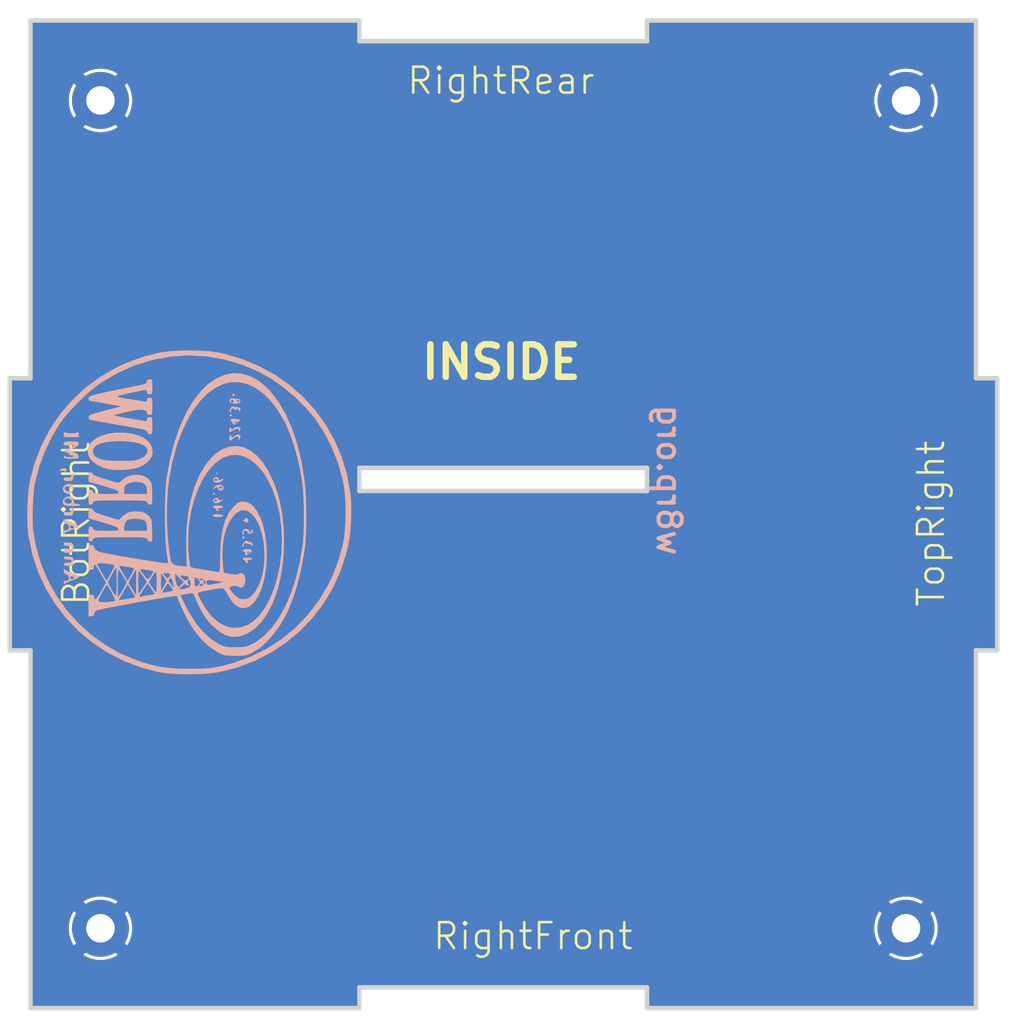
<source format=kicad_pcb>
(kicad_pcb (version 20221018) (generator pcbnew)
  (layers (0 "F.Cu" signal) (31 "B.Cu" signal) (34 "B.Paste" user) (35 "F.Paste" user) (36 "B.SilkS" user "B.Silkscreen") (37 "F.SilkS" user "F.Silkscreen") (38 "B.Mask" user) (39 "F.Mask" user) (44 "Edge.Cuts" user))
  (net 0 "")
  (net 1 "GND")
  (footprint "MountingHole:MountingHole_2.2mm_M2_Pad" (layer "F.Cu") (at 105.403996 93.839997)
    (fp_text reference "H12" hide)
    (fp_text value "2.7mm PTH")
    (pad "1" thru_hole circle (at 0 0) (size 4.4 4.4) (drill 2.2) (layers "*.Cu" "*.Mask") (net 1 "GND"))
  )
  (footprint "MountingHole:MountingHole_2.2mm_M2_Pad" (layer "F.Cu") (at 167.595996 93.839997)
    (fp_text reference "H4" hide)
    (fp_text value "2.7mm PTH")
    (pad "1" thru_hole circle (at 0 0) (size 4.4 4.4) (drill 2.2) (layers "*.Cu" "*.Mask") (net 1 "GND"))
  )
  (footprint "MountingHole:MountingHole_2.2mm_M2_Pad" (layer "F.Cu") (at 105.403996 29.969997)
    (fp_text reference "H11" hide)
    (fp_text value "2.7mm PTH")
    (pad "1" thru_hole circle (at 0 0) (size 4.4 4.4) (drill 2.2) (layers "*.Cu" "*.Mask") (net 1 "GND"))
  )
  (footprint "cutouts:SolderMask_XY76.2mm_T3.2mm" (layer "F.Cu") (at 100.045996 25.419997)
    (fp_text reference "REF**" hide)
    (fp_text value "SolderMask_XY76.2mm_T3.2mm" hide)
  )
  (footprint "MountingHole:MountingHole_2.2mm_M2_Pad" (layer "F.Cu") (at 167.595996 29.969997)
    (fp_text reference "H3" hide)
    (fp_text value "2.7mm PTH")
    (pad "1" thru_hole circle (at 0 0) (size 4.4 4.4) (drill 2.2) (layers "*.Cu" "*.Mask") (net 1 "GND"))
  )
  (footprint "LOGO" (layer "B.Cu") (at 112.25 61.75 90)
    (fp_text reference "G***" hide)
    (fp_text value "LOGO" hide)
  )
  (gr_line (start 147.599993 23.799999) (end 172.999993 23.799999) (stroke (width 0.349999)) (layer "Edge.Cuts"))
  (gr_line (start 174.637995 72.400001) (end 174.637995 51.399997) (stroke (width 0.349999)) (layer "Edge.Cuts"))
  (gr_line (start 147.599993 100) (end 172.999993 100) (stroke (width 0.349999)) (layer "Edge.Cuts"))
  (gr_line (start 125.399994 100) (end 125.399994 98.400001) (stroke (width 0.349999)) (layer "Edge.Cuts"))
  (gr_line (start 125.399996 58.319997) (end 147.599996 58.319997) (stroke (width 0.349999)) (layer "Edge.Cuts"))
  (gr_line (start 100 51.400001) (end 100 23.799999) (stroke (width 0.349999)) (layer "Edge.Cuts"))
  (gr_line (start 125.399996 60.099997) (end 125.399996 58.319997) (stroke (width 0.349999)) (layer "Edge.Cuts"))
  (gr_line (start 172.999993 51.400001) (end 172.999993 23.799999) (stroke (width 0.349999)) (layer "Edge.Cuts"))
  (gr_line (start 147.599993 25.400001) (end 147.599993 23.799999) (stroke (width 0.349999)) (layer "Edge.Cuts"))
  (gr_line (start 174.637995 51.400001) (end 172.999993 51.400001) (stroke (width 0.349999)) (layer "Edge.Cuts"))
  (gr_line (start 100 51.400001) (end 98.399994 51.400001) (stroke (width 0.349999)) (layer "Edge.Cuts"))
  (gr_line (start 172.999993 100) (end 172.999993 72.400001) (stroke (width 0.349999)) (layer "Edge.Cuts"))
  (gr_line (start 147.599993 100) (end 147.599993 98.400001) (stroke (width 0.349999)) (layer "Edge.Cuts"))
  (gr_line (start 125.399994 25.400001) (end 147.599993 25.400001) (stroke (width 0.349999)) (layer "Edge.Cuts"))
  (gr_line (start 174.637995 72.400001) (end 172.999993 72.400001) (stroke (width 0.349999)) (layer "Edge.Cuts"))
  (gr_line (start 147.599996 60.099997) (end 125.399996 60.099997) (stroke (width 0.349999)) (layer "Edge.Cuts"))
  (gr_line (start 100 100) (end 125.399994 100) (stroke (width 0.349999)) (layer "Edge.Cuts"))
  (gr_line (start 100 72.400001) (end 98.399994 72.400001) (stroke (width 0.349999)) (layer "Edge.Cuts"))
  (gr_line (start 125.399994 25.400001) (end 125.399994 23.799999) (stroke (width 0.349999)) (layer "Edge.Cuts"))
  (gr_line (start 147.599996 58.319997) (end 147.599996 60.099997) (stroke (width 0.349999)) (layer "Edge.Cuts"))
  (gr_line (start 100 100) (end 100 72.400001) (stroke (width 0.349999)) (layer "Edge.Cuts"))
  (gr_line (start 98.399994 51.400001) (end 98.399994 72.400001) (stroke (width 0.349999)) (layer "Edge.Cuts"))
  (gr_line (start 100 23.799999) (end 125.399994 23.799999) (stroke (width 0.349999)) (layer "Edge.Cuts"))
  (gr_line (start 125.399994 98.400001) (end 147.599993 98.400001) (stroke (width 0.349999)) (layer "Edge.Cuts"))
  (gr_text "w8rp.org" (at 148.25 59.25 270) (layer "B.SilkS") (effects (font (size 1.8 1.8) (thickness 0.3) bold) (justify bottom mirror)))
  (gr_text "TopRight" (at 170.695996 62.619997 90) (layer "F.SilkS") (effects (font (size 2 2) (thickness 0.2)) (justify bottom)))
  (gr_text "BotRight" (at 104.695996 62.619997 90) (layer "F.SilkS") (effects (font (size 2 2) (thickness 0.2)) (justify bottom)))
  (gr_text "INSIDE" (at 129.945996 51.619997) (layer "F.SilkS") (effects (font (size 2.5 2.5) (thickness 0.5) bold) (justify left bottom)))
  (gr_text "RightFront" (at 130.945996 95.619997) (layer "F.SilkS") (effects (font (size 2 2) (thickness 0.2)) (justify left bottom)))
  (gr_text "RightRear" (at 128.945996 29.619997) (layer "F.SilkS") (effects (font (size 2 2) (thickness 0.2)) (justify left bottom)))
  (zone (net 1) (net_name "GND") (layers "F&B.Cu") (priority 1) (connect_pads (clearance 0.2032)) (min_thickness 0.2032) (fill yes (thermal_gap 0.254) (thermal_bridge_width 1.016) (island_removal_mode 1) (island_area_min 9.999999))
    (polygon (pts (xy 97.645996 101.219997) (xy 175.145996 101.219997) (xy 175.645996 22.219997) (xy 97.645996 22.219997)))
  )
  (zone (net 1) (net_name "GND") (layers "F&B.Cu") (priority 1) (connect_pads (clearance 0.2032)) (min_thickness 0.2032) (fill yes (thermal_gap 0.254) (thermal_bridge_width 1.016) (island_removal_mode 1) (island_area_min 9.999999))
    (polygon (pts (xy 97.645996 101.219997) (xy 175.145996 101.219997) (xy 175.645996 22.219997) (xy 97.645996 22.219997)))
  )
)
</source>
